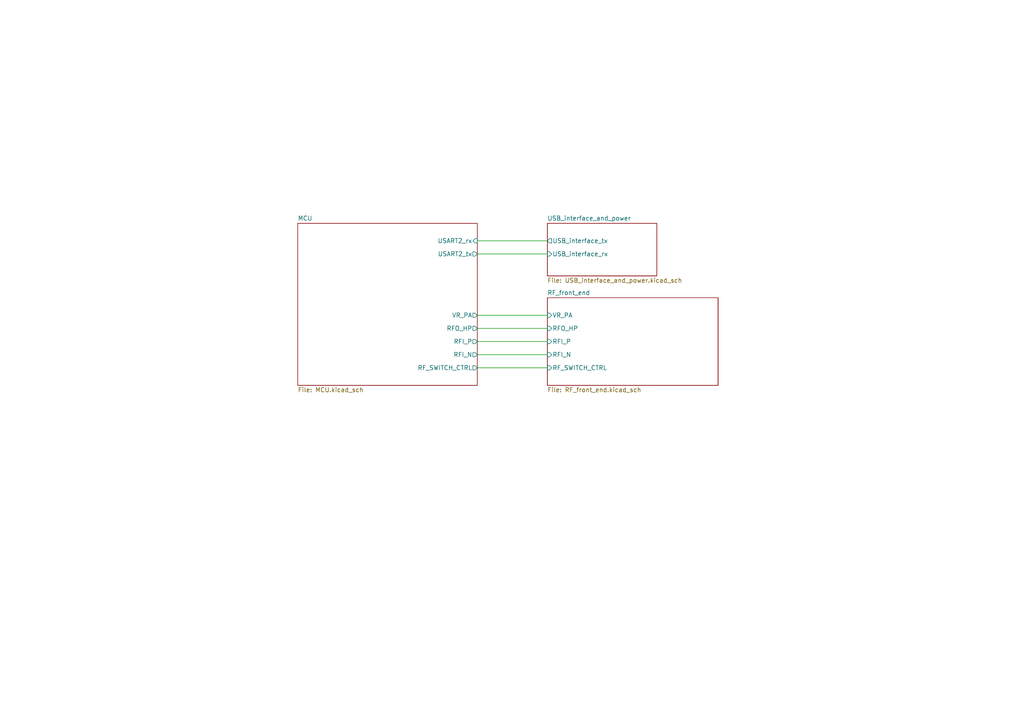
<source format=kicad_sch>
(kicad_sch
	(version 20231120)
	(generator "eeschema")
	(generator_version "8.0")
	(uuid "f6ecf9ae-fff3-4e1b-81a5-4b38a800847c")
	(paper "A4")
	(lib_symbols)
	(wire
		(pts
			(xy 138.43 95.25) (xy 158.75 95.25)
		)
		(stroke
			(width 0)
			(type default)
		)
		(uuid "2947bce7-7f86-4953-94ec-4f877373d377")
	)
	(wire
		(pts
			(xy 138.43 102.87) (xy 158.75 102.87)
		)
		(stroke
			(width 0)
			(type default)
		)
		(uuid "788946ba-6d3f-4c2e-9f2b-d266d45e6aaa")
	)
	(wire
		(pts
			(xy 138.43 99.06) (xy 158.75 99.06)
		)
		(stroke
			(width 0)
			(type default)
		)
		(uuid "9aa561d6-7de0-4923-b384-e126e46972d7")
	)
	(wire
		(pts
			(xy 138.43 73.66) (xy 158.75 73.66)
		)
		(stroke
			(width 0)
			(type default)
		)
		(uuid "d35720e0-e15a-4039-b326-308f00804d3b")
	)
	(wire
		(pts
			(xy 138.43 91.44) (xy 158.75 91.44)
		)
		(stroke
			(width 0)
			(type default)
		)
		(uuid "e006e706-e4d5-4c68-bfa3-6c7fc045db05")
	)
	(wire
		(pts
			(xy 138.43 106.68) (xy 158.75 106.68)
		)
		(stroke
			(width 0)
			(type default)
		)
		(uuid "eba5495f-6e0b-4818-8776-8b4f2939341c")
	)
	(wire
		(pts
			(xy 138.43 69.85) (xy 158.75 69.85)
		)
		(stroke
			(width 0)
			(type default)
		)
		(uuid "f26edbf8-770e-40e3-9d0d-484af0b1690c")
	)
	(sheet
		(at 158.75 64.77)
		(size 31.75 15.24)
		(fields_autoplaced yes)
		(stroke
			(width 0.1524)
			(type solid)
		)
		(fill
			(color 0 0 0 0.0000)
		)
		(uuid "abe19db7-5872-4b87-a323-a9010b49e940")
		(property "Sheetname" "USB_interface_and_power"
			(at 158.75 64.0584 0)
			(effects
				(font
					(size 1.27 1.27)
				)
				(justify left bottom)
			)
		)
		(property "Sheetfile" "USB_interface_and_power.kicad_sch"
			(at 158.75 80.5946 0)
			(effects
				(font
					(size 1.27 1.27)
				)
				(justify left top)
			)
		)
		(pin "USB_interface_tx" output
			(at 158.75 69.85 180)
			(effects
				(font
					(size 1.27 1.27)
				)
				(justify left)
			)
			(uuid "230d9dda-c955-4c5a-bd01-95564adf569c")
		)
		(pin "USB_interface_rx" input
			(at 158.75 73.66 180)
			(effects
				(font
					(size 1.27 1.27)
				)
				(justify left)
			)
			(uuid "3549a7d1-8501-46c1-a84d-63d8f3847de3")
		)
		(instances
			(project "STM32WLE5_RF_dongle"
				(path "/3d1ed669-1135-4c49-b1df-94cff2b9b047/0e17e17f-90b3-45ef-b1b3-8cfb60b68c2b"
					(page "5")
				)
			)
		)
	)
	(sheet
		(at 158.75 86.36)
		(size 49.53 25.4)
		(fields_autoplaced yes)
		(stroke
			(width 0.1524)
			(type solid)
		)
		(fill
			(color 0 0 0 0.0000)
		)
		(uuid "ad9ae5b5-cf8f-4e68-8205-54438ed41a0f")
		(property "Sheetname" "RF_front_end"
			(at 158.75 85.6484 0)
			(effects
				(font
					(size 1.27 1.27)
				)
				(justify left bottom)
			)
		)
		(property "Sheetfile" "RF_front_end.kicad_sch"
			(at 158.75 112.3446 0)
			(effects
				(font
					(size 1.27 1.27)
				)
				(justify left top)
			)
		)
		(pin "VR_PA" input
			(at 158.75 91.44 180)
			(effects
				(font
					(size 1.27 1.27)
				)
				(justify left)
			)
			(uuid "c8b28075-3c5a-45d3-a164-f210f9652e68")
		)
		(pin "RFO_HP" input
			(at 158.75 95.25 180)
			(effects
				(font
					(size 1.27 1.27)
				)
				(justify left)
			)
			(uuid "b4b8437b-64de-4989-bb20-463c4c3ed082")
		)
		(pin "RFI_P" input
			(at 158.75 99.06 180)
			(effects
				(font
					(size 1.27 1.27)
				)
				(justify left)
			)
			(uuid "d685bbad-2c2e-40c1-a314-f725d375f583")
		)
		(pin "RFI_N" input
			(at 158.75 102.87 180)
			(effects
				(font
					(size 1.27 1.27)
				)
				(justify left)
			)
			(uuid "43d0dfbe-01e4-42b9-846b-e9d41c1fc73f")
		)
		(pin "RF_SWITCH_CTRL" input
			(at 158.75 106.68 180)
			(effects
				(font
					(size 1.27 1.27)
				)
				(justify left)
			)
			(uuid "8b4ef4d3-63af-47c6-b904-fadf0238274e")
		)
		(instances
			(project "STM32WLE5_RF_dongle"
				(path "/3d1ed669-1135-4c49-b1df-94cff2b9b047/0e17e17f-90b3-45ef-b1b3-8cfb60b68c2b"
					(page "4")
				)
			)
		)
	)
	(sheet
		(at 86.36 64.77)
		(size 52.07 46.99)
		(fields_autoplaced yes)
		(stroke
			(width 0.1524)
			(type solid)
		)
		(fill
			(color 0 0 0 0.0000)
		)
		(uuid "dc0ccc95-6b5c-40d3-9374-41354a9b55b7")
		(property "Sheetname" "MCU"
			(at 86.36 64.0584 0)
			(effects
				(font
					(size 1.27 1.27)
				)
				(justify left bottom)
			)
		)
		(property "Sheetfile" "MCU.kicad_sch"
			(at 86.36 112.3446 0)
			(effects
				(font
					(size 1.27 1.27)
				)
				(justify left top)
			)
		)
		(pin "RFO_HP" output
			(at 138.43 95.25 0)
			(effects
				(font
					(size 1.27 1.27)
				)
				(justify right)
			)
			(uuid "ccbd7092-e926-4aea-84a4-0c44a040c5c7")
		)
		(pin "VR_PA" output
			(at 138.43 91.44 0)
			(effects
				(font
					(size 1.27 1.27)
				)
				(justify right)
			)
			(uuid "6eda6b32-03e2-4608-9593-59d1421ad017")
		)
		(pin "RFI_P" output
			(at 138.43 99.06 0)
			(effects
				(font
					(size 1.27 1.27)
				)
				(justify right)
			)
			(uuid "4659d0c5-a30b-4639-bf07-d9dcb8cf06c2")
		)
		(pin "RFI_N" output
			(at 138.43 102.87 0)
			(effects
				(font
					(size 1.27 1.27)
				)
				(justify right)
			)
			(uuid "d332a726-c823-418a-a0e7-07c9420be82b")
		)
		(pin "RF_SWITCH_CTRL" output
			(at 138.43 106.68 0)
			(effects
				(font
					(size 1.27 1.27)
				)
				(justify right)
			)
			(uuid "949d3c87-dbdc-4558-82bc-87381060a18f")
		)
		(pin "USART2_tx" output
			(at 138.43 73.66 0)
			(effects
				(font
					(size 1.27 1.27)
				)
				(justify right)
			)
			(uuid "20c6bf3c-02db-471e-b14d-4f0f6786f03b")
		)
		(pin "USART2_rx" input
			(at 138.43 69.85 0)
			(effects
				(font
					(size 1.27 1.27)
				)
				(justify right)
			)
			(uuid "0d237f2b-5dd3-4b95-bf03-b6d8dc6b8009")
		)
		(instances
			(project "STM32WLE5_RF_dongle"
				(path "/3d1ed669-1135-4c49-b1df-94cff2b9b047/0e17e17f-90b3-45ef-b1b3-8cfb60b68c2b"
					(page "3")
				)
			)
		)
	)
)

</source>
